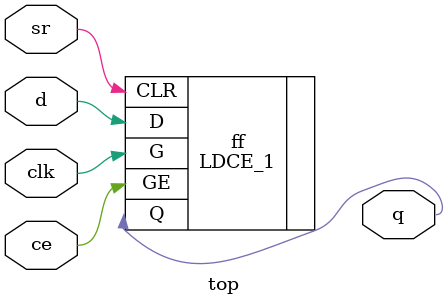
<source format=v>

module top(input clk, ce, sr, d, output q);
	(* LOC="SLICE_X16Y100", BEL="AFF", DONT_TOUCH *)
	//Keep inverter off
	LDCE_1 ff (
		.G(clk),
		.GE(ce),
		.CLR(sr),
		.D(d),
		.Q(q)
	);
endmodule


</source>
